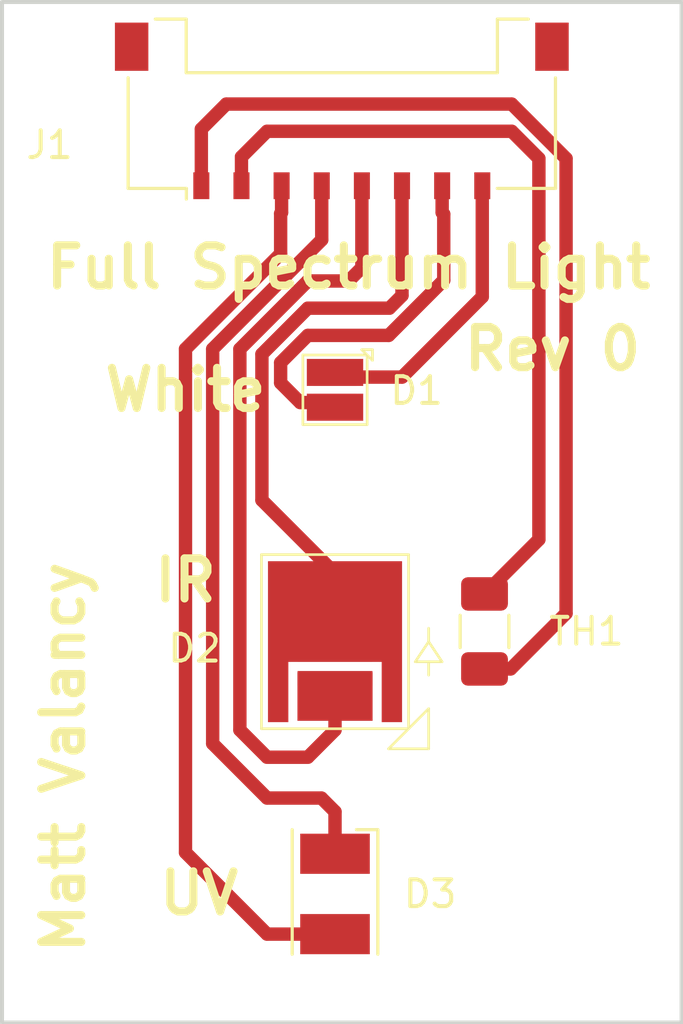
<source format=kicad_pcb>
(kicad_pcb (version 20171130) (host pcbnew 5.0.0-fee4fd1~66~ubuntu16.04.1)

  (general
    (thickness 1.6)
    (drawings 10)
    (tracks 55)
    (zones 0)
    (modules 5)
    (nets 9)
  )

  (page A4)
  (layers
    (0 F.Cu signal)
    (31 B.Cu signal)
    (32 B.Adhes user)
    (33 F.Adhes user)
    (34 B.Paste user)
    (35 F.Paste user)
    (36 B.SilkS user)
    (37 F.SilkS user)
    (38 B.Mask user)
    (39 F.Mask user)
    (40 Dwgs.User user)
    (41 Cmts.User user)
    (42 Eco1.User user)
    (43 Eco2.User user)
    (44 Edge.Cuts user)
    (45 Margin user)
    (46 B.CrtYd user)
    (47 F.CrtYd user)
    (48 B.Fab user)
    (49 F.Fab user)
  )

  (setup
    (last_trace_width 0.5)
    (trace_clearance 0.2)
    (zone_clearance 0.508)
    (zone_45_only no)
    (trace_min 0.2)
    (segment_width 0.2)
    (edge_width 0.15)
    (via_size 0.8)
    (via_drill 0.4)
    (via_min_size 0.4)
    (via_min_drill 0.3)
    (uvia_size 0.3)
    (uvia_drill 0.1)
    (uvias_allowed no)
    (uvia_min_size 0.2)
    (uvia_min_drill 0.1)
    (pcb_text_width 0.3)
    (pcb_text_size 1.5 1.5)
    (mod_edge_width 0.15)
    (mod_text_size 1 1)
    (mod_text_width 0.15)
    (pad_size 1.524 1.524)
    (pad_drill 0.762)
    (pad_to_mask_clearance 0.2)
    (aux_axis_origin 0 0)
    (visible_elements FFFFFF7F)
    (pcbplotparams
      (layerselection 0x010a0_7fffffff)
      (usegerberextensions false)
      (usegerberattributes false)
      (usegerberadvancedattributes false)
      (creategerberjobfile false)
      (excludeedgelayer true)
      (linewidth 0.100000)
      (plotframeref false)
      (viasonmask false)
      (mode 1)
      (useauxorigin false)
      (hpglpennumber 1)
      (hpglpenspeed 20)
      (hpglpendiameter 15.000000)
      (psnegative false)
      (psa4output false)
      (plotreference true)
      (plotvalue true)
      (plotinvisibletext false)
      (padsonsilk false)
      (subtractmaskfromsilk false)
      (outputformat 1)
      (mirror false)
      (drillshape 0)
      (scaleselection 1)
      (outputdirectory "gerbers/"))
  )

  (net 0 "")
  (net 1 "Net-(D1-Pad1)")
  (net 2 "Net-(D1-Pad2)")
  (net 3 "Net-(D2-Pad1)")
  (net 4 "Net-(D2-Pad2)")
  (net 5 "Net-(D3-Pad1)")
  (net 6 "Net-(D3-Pad2)")
  (net 7 "Net-(J1-Pad1)")
  (net 8 "Net-(J1-Pad2)")

  (net_class Default "This is the default net class."
    (clearance 0.2)
    (trace_width 0.5)
    (via_dia 0.8)
    (via_drill 0.4)
    (uvia_dia 0.3)
    (uvia_drill 0.1)
    (add_net "Net-(D1-Pad1)")
    (add_net "Net-(D1-Pad2)")
    (add_net "Net-(D2-Pad1)")
    (add_net "Net-(D2-Pad2)")
    (add_net "Net-(D3-Pad1)")
    (add_net "Net-(D3-Pad2)")
    (add_net "Net-(J1-Pad1)")
    (add_net "Net-(J1-Pad2)")
  )

  (module Connector_Molex:Molex_Pico-Lock_504050-0891_1x08-1MP_P1.50mm_Horizontal (layer F.Cu) (tedit 5AA46ED0) (tstamp 5BC2D311)
    (at 59.69 20.574)
    (descr "Molex Pico-Lock series connector, 504050-0891 (http://www.molex.com/pdm_docs/sd/5040500891_sd.pdf), generated with kicad-footprint-generator")
    (tags "connector Molex Pico-Lock top entry")
    (path /5BAC3304)
    (attr smd)
    (fp_text reference J1 (at -10.922 1.27) (layer F.SilkS)
      (effects (font (size 1 1) (thickness 0.15)))
    )
    (fp_text value Conn_01x08_Male (at 0 4.5) (layer F.Fab)
      (effects (font (size 1 1) (thickness 0.15)))
    )
    (fp_line (start -7.875 2.785) (end 7.875 2.785) (layer F.Fab) (width 0.1))
    (fp_line (start -7.985 -1.235) (end -7.985 2.895) (layer F.SilkS) (width 0.12))
    (fp_line (start -7.985 2.895) (end -5.81 2.895) (layer F.SilkS) (width 0.12))
    (fp_line (start -5.81 2.895) (end -5.81 3.295) (layer F.SilkS) (width 0.12))
    (fp_line (start 7.985 -1.235) (end 7.985 2.895) (layer F.SilkS) (width 0.12))
    (fp_line (start 7.985 2.895) (end 5.81 2.895) (layer F.SilkS) (width 0.12))
    (fp_line (start -6.97 -3.425) (end -5.815 -3.425) (layer F.SilkS) (width 0.12))
    (fp_line (start -5.815 -3.425) (end -5.815 -1.425) (layer F.SilkS) (width 0.12))
    (fp_line (start -5.815 -1.425) (end 5.815 -1.425) (layer F.SilkS) (width 0.12))
    (fp_line (start 5.815 -1.425) (end 5.815 -3.425) (layer F.SilkS) (width 0.12))
    (fp_line (start 5.815 -3.425) (end 6.97 -3.425) (layer F.SilkS) (width 0.12))
    (fp_line (start -7.875 -3.315) (end -5.925 -3.315) (layer F.Fab) (width 0.1))
    (fp_line (start -5.925 -3.315) (end -5.925 -1.315) (layer F.Fab) (width 0.1))
    (fp_line (start -5.925 -1.315) (end 5.925 -1.315) (layer F.Fab) (width 0.1))
    (fp_line (start 5.925 -1.315) (end 5.925 -3.315) (layer F.Fab) (width 0.1))
    (fp_line (start 5.925 -3.315) (end 7.875 -3.315) (layer F.Fab) (width 0.1))
    (fp_line (start -7.875 2.785) (end -7.875 -3.315) (layer F.Fab) (width 0.1))
    (fp_line (start 7.875 2.785) (end 7.875 -3.315) (layer F.Fab) (width 0.1))
    (fp_line (start -8.98 -3.82) (end -8.98 3.8) (layer F.CrtYd) (width 0.05))
    (fp_line (start -8.98 3.8) (end 8.98 3.8) (layer F.CrtYd) (width 0.05))
    (fp_line (start 8.98 3.8) (end 8.98 -3.82) (layer F.CrtYd) (width 0.05))
    (fp_line (start 8.98 -3.82) (end -8.98 -3.82) (layer F.CrtYd) (width 0.05))
    (fp_line (start -5.75 2.785) (end -5.25 2.077893) (layer F.Fab) (width 0.1))
    (fp_line (start -5.25 2.077893) (end -4.75 2.785) (layer F.Fab) (width 0.1))
    (fp_text user %R (at 0 -0.27) (layer F.Fab)
      (effects (font (size 1 1) (thickness 0.15)))
    )
    (pad 1 smd rect (at -5.25 2.795) (size 0.6 1) (layers F.Cu F.Paste F.Mask)
      (net 7 "Net-(J1-Pad1)"))
    (pad 2 smd rect (at -3.75 2.795) (size 0.6 1) (layers F.Cu F.Paste F.Mask)
      (net 8 "Net-(J1-Pad2)"))
    (pad 3 smd rect (at -2.25 2.795) (size 0.6 1) (layers F.Cu F.Paste F.Mask)
      (net 6 "Net-(D3-Pad2)"))
    (pad 4 smd rect (at -0.75 2.795) (size 0.6 1) (layers F.Cu F.Paste F.Mask)
      (net 5 "Net-(D3-Pad1)"))
    (pad 5 smd rect (at 0.75 2.795) (size 0.6 1) (layers F.Cu F.Paste F.Mask)
      (net 4 "Net-(D2-Pad2)"))
    (pad 6 smd rect (at 2.25 2.795) (size 0.6 1) (layers F.Cu F.Paste F.Mask)
      (net 3 "Net-(D2-Pad1)"))
    (pad 7 smd rect (at 3.75 2.795) (size 0.6 1) (layers F.Cu F.Paste F.Mask)
      (net 2 "Net-(D1-Pad2)"))
    (pad 8 smd rect (at 5.25 2.795) (size 0.6 1) (layers F.Cu F.Paste F.Mask)
      (net 1 "Net-(D1-Pad1)"))
    (pad MP smd rect (at -7.855 -2.395) (size 1.25 1.8) (layers F.Cu F.Paste F.Mask))
    (pad MP smd rect (at 7.855 -2.395) (size 1.25 1.8) (layers F.Cu F.Paste F.Mask))
    (model ${MY_MODELS}/MOLEX_5040500891.step
      (offset (xyz 0 -2.8 1))
      (scale (xyz 1 1 1))
      (rotate (xyz 0 0 0))
    )
  )

  (module Resistor_SMD:R_1206_3216Metric (layer F.Cu) (tedit 5BAC18C5) (tstamp 5BC2D7B8)
    (at 65.024 40.008 90)
    (descr "Resistor SMD 1206 (3216 Metric), square (rectangular) end terminal, IPC_7351 nominal, (Body size source: http://www.tortai-tech.com/upload/download/2011102023233369053.pdf), generated with kicad-footprint-generator")
    (tags resistor)
    (path /5BAC3126)
    (attr smd)
    (fp_text reference TH1 (at 0 3.81 -180) (layer F.SilkS)
      (effects (font (size 1 1) (thickness 0.15)))
    )
    (fp_text value Thermistor_NTC (at 0 1.82 90) (layer F.Fab) hide
      (effects (font (size 1 1) (thickness 0.15)))
    )
    (fp_line (start -1.6 0.8) (end -1.6 -0.8) (layer F.Fab) (width 0.1))
    (fp_line (start -1.6 -0.8) (end 1.6 -0.8) (layer F.Fab) (width 0.1))
    (fp_line (start 1.6 -0.8) (end 1.6 0.8) (layer F.Fab) (width 0.1))
    (fp_line (start 1.6 0.8) (end -1.6 0.8) (layer F.Fab) (width 0.1))
    (fp_line (start -0.602064 -0.91) (end 0.602064 -0.91) (layer F.SilkS) (width 0.12))
    (fp_line (start -0.602064 0.91) (end 0.602064 0.91) (layer F.SilkS) (width 0.12))
    (fp_line (start -2.28 1.12) (end -2.28 -1.12) (layer F.CrtYd) (width 0.05))
    (fp_line (start -2.28 -1.12) (end 2.28 -1.12) (layer F.CrtYd) (width 0.05))
    (fp_line (start 2.28 -1.12) (end 2.28 1.12) (layer F.CrtYd) (width 0.05))
    (fp_line (start 2.28 1.12) (end -2.28 1.12) (layer F.CrtYd) (width 0.05))
    (fp_text user %R (at 0 -1.27 90) (layer F.Fab)
      (effects (font (size 0.8 0.8) (thickness 0.12)))
    )
    (pad 1 smd roundrect (at -1.4 0 90) (size 1.25 1.75) (layers F.Cu F.Paste F.Mask) (roundrect_rratio 0.2)
      (net 7 "Net-(J1-Pad1)"))
    (pad 2 smd roundrect (at 1.4 0 90) (size 1.25 1.75) (layers F.Cu F.Paste F.Mask) (roundrect_rratio 0.2)
      (net 8 "Net-(J1-Pad2)"))
    (model ${KISYS3DMOD}/Resistor_SMD.3dshapes/R_1206_3216Metric.wrl
      (at (xyz 0 0 0))
      (scale (xyz 1 1 1))
      (rotate (xyz 0 0 0))
    )
  )

  (module MRV_SMD_Packages:LED_Cree_XQ-E (layer F.Cu) (tedit 5BAC101A) (tstamp 5BC2E23E)
    (at 59.436 30.988 270)
    (path /5BAC2D40)
    (fp_text reference D1 (at 0.033 -3.048) (layer F.SilkS)
      (effects (font (size 1 1) (thickness 0.15)))
    )
    (fp_text value White_LED (at 0 2.6 270) (layer F.Fab)
      (effects (font (size 1 1) (thickness 0.15)))
    )
    (fp_poly (pts (xy -0.15 -1.05) (xy -0.15 1.05) (xy -1.15 1.05) (xy -1.15 -1.05)) (layer F.Cu) (width 0.01))
    (fp_poly (pts (xy 0.15 1.05) (xy 0.15 -1.05) (xy 1.15 -1.05) (xy 1.15 1.05)) (layer F.Cu) (width 0.01))
    (fp_line (start -1.3 -1.2) (end -1.3 1.2) (layer F.SilkS) (width 0.1))
    (fp_line (start -1.3 1.2) (end 1.3 1.2) (layer F.SilkS) (width 0.1))
    (fp_line (start 1.3 1.2) (end 1.3 -1.2) (layer F.SilkS) (width 0.1))
    (fp_line (start 1.3 -1.2) (end -1.3 -1.2) (layer F.SilkS) (width 0.1))
    (fp_line (start -1.1 -1.4) (end -1.5 -1) (layer F.SilkS) (width 0.1))
    (fp_line (start -1.5 -1) (end -1.5 -1.4) (layer F.SilkS) (width 0.1))
    (fp_line (start -1.5 -1.4) (end -1.1 -1.4) (layer F.SilkS) (width 0.1))
    (pad 1 smd rect (at -0.475 0 270) (size 0.65 1.6) (layers F.Cu F.Paste F.Mask)
      (net 1 "Net-(D1-Pad1)"))
    (pad 2 smd rect (at 0.475 0 90) (size 0.65 1.6) (layers F.Cu F.Paste F.Mask)
      (net 2 "Net-(D1-Pad2)"))
    (model ${MY_MODELS}/xqe-hi.stp
      (offset (xyz 0 0 0.75))
      (scale (xyz 1 1 1))
      (rotate (xyz 0 180 0))
    )
  )

  (module MRV_SMD_Packages:LED_Oslon_SFH_4735 (layer F.Cu) (tedit 5BABF4B9) (tstamp 5BC2E2A0)
    (at 59.436 40.64 180)
    (path /5BAC2F04)
    (fp_text reference D2 (at 5.25 0 180) (layer F.SilkS)
      (effects (font (size 1 1) (thickness 0.15)))
    )
    (fp_text value IR_LED (at 0 4.5 180) (layer F.Fab)
      (effects (font (size 1 1) (thickness 0.15)))
    )
    (fp_poly (pts (xy -1.4 -0.9) (xy -1.4 -2.7) (xy 1.4 -2.7) (xy 1.4 -0.9)) (layer F.Cu) (width 0.01))
    (fp_poly (pts (xy -1.75 -2.75) (xy -2.5 -2.75) (xy -2.5 3.25) (xy 2.5 3.25)
      (xy 2.5 -2.75) (xy 1.75 -2.75) (xy 1.75 -0.5) (xy -1.75 -0.5)) (layer F.Cu) (width 0.01))
    (fp_line (start -2.75 -3) (end -2.75 3.5) (layer F.SilkS) (width 0.1))
    (fp_line (start -2.75 3.5) (end 2.75 3.5) (layer F.SilkS) (width 0.1))
    (fp_line (start 2.75 3.5) (end 2.75 -3) (layer F.SilkS) (width 0.1))
    (fp_line (start 2.75 -3) (end -2.75 -3) (layer F.SilkS) (width 0.1))
    (fp_line (start -2 -3.75) (end -3.5 -2.25) (layer F.SilkS) (width 0.1))
    (fp_line (start -3.5 -2.25) (end -3.5 -3.75) (layer F.SilkS) (width 0.1))
    (fp_line (start -3.5 -3.75) (end -2 -3.75) (layer F.SilkS) (width 0.1))
    (fp_line (start -3.5 -1) (end -3.5 -0.5) (layer F.SilkS) (width 0.1))
    (fp_line (start -3.5 -0.5) (end -3 -0.5) (layer F.SilkS) (width 0.1))
    (fp_line (start -3 -0.5) (end -3.5 0.25) (layer F.SilkS) (width 0.1))
    (fp_line (start -3.5 0.25) (end -4 -0.5) (layer F.SilkS) (width 0.1))
    (fp_line (start -4 -0.5) (end -3.5 -0.5) (layer F.SilkS) (width 0.1))
    (fp_line (start -3.5 0.25) (end -3.5 0.75) (layer F.SilkS) (width 0.1))
    (pad 1 smd rect (at 0 0 180) (size 2.8 1) (layers F.Cu F.Paste F.Mask)
      (net 3 "Net-(D2-Pad1)"))
    (pad 1 smd rect (at 0 1.575 180) (size 0.7 1.45) (layers F.Cu F.Paste F.Mask)
      (net 3 "Net-(D2-Pad1)"))
    (pad 1 smd rect (at 0 1.12 180) (size 2.8 0.55) (layers F.Cu F.Paste F.Mask)
      (net 3 "Net-(D2-Pad1)"))
    (pad 2 smd rect (at 0 -1.12) (size 2.8 0.55) (layers F.Cu F.Paste F.Mask)
      (net 4 "Net-(D2-Pad2)"))
    (pad 2 smd rect (at 0 -1.575) (size 0.7 1.45) (layers F.Cu F.Paste F.Mask)
      (net 4 "Net-(D2-Pad2)"))
    (model ${MY_MODELS}/SFH_4735_20170504_geometry.STEP
      (at (xyz 0 0 0))
      (scale (xyz 1 1 1))
      (rotate (xyz 0 0 -90))
    )
  )

  (module LED_SMD:LED_PLCC-2 (layer F.Cu) (tedit 59959404) (tstamp 5BC2DE13)
    (at 59.436 49.808 270)
    (descr "LED PLCC-2 SMD package")
    (tags "LED PLCC-2 SMD")
    (path /5BAC2EDA)
    (attr smd)
    (fp_text reference D3 (at 0 -3.556) (layer F.SilkS)
      (effects (font (size 1 1) (thickness 0.15)))
    )
    (fp_text value UV_LED (at 0 2.5 270) (layer F.Fab)
      (effects (font (size 1 1) (thickness 0.15)))
    )
    (fp_circle (center 0 0) (end 0 -1.25) (layer F.Fab) (width 0.1))
    (fp_line (start -1.7 -0.6) (end -0.8 -1.5) (layer F.Fab) (width 0.1))
    (fp_line (start 1.7 1.5) (end 1.7 -1.5) (layer F.Fab) (width 0.1))
    (fp_line (start 1.7 -1.5) (end -1.7 -1.5) (layer F.Fab) (width 0.1))
    (fp_line (start -1.7 -1.5) (end -1.7 1.5) (layer F.Fab) (width 0.1))
    (fp_line (start -1.7 1.5) (end 1.7 1.5) (layer F.Fab) (width 0.1))
    (fp_line (start -2.65 -1.85) (end 2.5 -1.85) (layer F.CrtYd) (width 0.05))
    (fp_line (start 2.5 -1.85) (end 2.5 1.85) (layer F.CrtYd) (width 0.05))
    (fp_line (start 2.5 1.85) (end -2.65 1.85) (layer F.CrtYd) (width 0.05))
    (fp_line (start -2.65 1.85) (end -2.65 -1.85) (layer F.CrtYd) (width 0.05))
    (fp_line (start 2.25 1.6) (end -2.4 1.6) (layer F.SilkS) (width 0.12))
    (fp_line (start 2.25 -1.6) (end -2.4 -1.6) (layer F.SilkS) (width 0.12))
    (fp_line (start -2.4 -1.6) (end -2.4 -0.8) (layer F.SilkS) (width 0.12))
    (fp_text user %R (at 0 0 270) (layer F.Fab)
      (effects (font (size 0.4 0.4) (thickness 0.1)))
    )
    (pad 1 smd rect (at -1.5 0 270) (size 1.5 2.6) (layers F.Cu F.Paste F.Mask)
      (net 5 "Net-(D3-Pad1)"))
    (pad 2 smd rect (at 1.5 0 270) (size 1.5 2.6) (layers F.Cu F.Paste F.Mask)
      (net 6 "Net-(D3-Pad2)"))
    (model ${MY_MODELS}/82548PLCC-2_package_3D.stp
      (offset (xyz -30.2 6.5 -1.8))
      (scale (xyz 1 1 1))
      (rotate (xyz 90 0 90))
    )
  )

  (gr_text UV (at 54.356 49.784) (layer F.SilkS)
    (effects (font (size 1.5 1.5) (thickness 0.3)))
  )
  (gr_text IR (at 53.848 38.1) (layer F.SilkS)
    (effects (font (size 1.5 1.5) (thickness 0.3)))
  )
  (gr_text White (at 53.848 30.988) (layer F.SilkS)
    (effects (font (size 1.5 1.5) (thickness 0.3)))
  )
  (gr_text "Rev 0" (at 67.564 29.464) (layer F.SilkS)
    (effects (font (size 1.5 1.5) (thickness 0.3)))
  )
  (gr_text "Matt Valancy" (at 49.276 44.704 90) (layer F.SilkS)
    (effects (font (size 1.5 1.5) (thickness 0.3)))
  )
  (gr_text "Full Spectrum Light" (at 59.944 26.416) (layer F.SilkS)
    (effects (font (size 1.5 1.5) (thickness 0.3)))
  )
  (gr_line (start 72.39 16.51) (end 46.99 16.51) (layer Edge.Cuts) (width 0.15))
  (gr_line (start 72.39 54.61) (end 72.39 16.51) (layer Edge.Cuts) (width 0.15))
  (gr_line (start 46.99 54.61) (end 72.39 54.61) (layer Edge.Cuts) (width 0.15))
  (gr_line (start 46.99 16.51) (end 46.99 54.61) (layer Edge.Cuts) (width 0.15))

  (segment (start 64.94 23.369) (end 64.94 27.516) (width 0.5) (layer F.Cu) (net 1))
  (segment (start 61.943 30.513) (end 59.436 30.513) (width 0.5) (layer F.Cu) (net 1))
  (segment (start 64.94 27.516) (end 61.943 30.513) (width 0.5) (layer F.Cu) (net 1))
  (segment (start 58.136 31.463) (end 59.436 31.463) (width 0.5) (layer F.Cu) (net 2))
  (segment (start 57.404 29.972) (end 57.404 30.731) (width 0.5) (layer F.Cu) (net 2))
  (segment (start 61.441962 28.956) (end 58.42 28.956) (width 0.5) (layer F.Cu) (net 2))
  (segment (start 58.42 28.956) (end 57.404 29.972) (width 0.5) (layer F.Cu) (net 2))
  (segment (start 63.44 23.369) (end 63.44 24.369) (width 0.5) (layer F.Cu) (net 2))
  (segment (start 57.404 30.731) (end 58.136 31.463) (width 0.5) (layer F.Cu) (net 2))
  (segment (start 63.5 24.429) (end 63.5 26.897962) (width 0.5) (layer F.Cu) (net 2))
  (segment (start 63.44 24.369) (end 63.5 24.429) (width 0.5) (layer F.Cu) (net 2))
  (segment (start 63.5 26.897962) (end 61.441962 28.956) (width 0.5) (layer F.Cu) (net 2))
  (segment (start 59.436 37.84) (end 56.70399 35.10799) (width 0.5) (layer F.Cu) (net 3))
  (segment (start 56.70399 35.10799) (end 56.70399 29.65601) (width 0.5) (layer F.Cu) (net 3))
  (segment (start 59.436 39.065) (end 59.436 37.84) (width 0.5) (layer F.Cu) (net 3))
  (segment (start 56.70399 29.65601) (end 58.42 27.94) (width 0.5) (layer F.Cu) (net 3))
  (segment (start 58.42 27.94) (end 61.468 27.94) (width 0.5) (layer F.Cu) (net 3))
  (segment (start 61.94 27.468) (end 61.94 23.369) (width 0.5) (layer F.Cu) (net 3))
  (segment (start 61.468 27.94) (end 61.94 27.468) (width 0.5) (layer F.Cu) (net 3))
  (segment (start 58.42 44.704) (end 59.436 43.688) (width 0.5) (layer F.Cu) (net 4))
  (segment (start 56.896 44.704) (end 58.42 44.704) (width 0.5) (layer F.Cu) (net 4))
  (segment (start 55.88 43.688) (end 56.896 44.704) (width 0.5) (layer F.Cu) (net 4))
  (segment (start 55.88 29.464) (end 55.88 43.688) (width 0.5) (layer F.Cu) (net 4))
  (segment (start 60.44 23.369) (end 60.44 26.428) (width 0.5) (layer F.Cu) (net 4))
  (segment (start 60.44 26.428) (end 59.944 26.924) (width 0.5) (layer F.Cu) (net 4))
  (segment (start 59.944 26.924) (end 58.42 26.924) (width 0.5) (layer F.Cu) (net 4))
  (segment (start 59.436 43.688) (end 59.436 42.215) (width 0.5) (layer F.Cu) (net 4))
  (segment (start 58.42 26.924) (end 55.88 29.464) (width 0.5) (layer F.Cu) (net 4))
  (segment (start 59.436 46.736) (end 59.436 48.308) (width 0.5) (layer F.Cu) (net 5))
  (segment (start 58.928 46.228) (end 59.436 46.736) (width 0.5) (layer F.Cu) (net 5))
  (segment (start 58.94 23.369) (end 58.94 25.388) (width 0.5) (layer F.Cu) (net 5))
  (segment (start 56.896 46.228) (end 58.928 46.228) (width 0.5) (layer F.Cu) (net 5))
  (segment (start 54.864 29.464) (end 54.864 44.196) (width 0.5) (layer F.Cu) (net 5))
  (segment (start 58.94 25.388) (end 54.864 29.464) (width 0.5) (layer F.Cu) (net 5))
  (segment (start 54.864 44.196) (end 56.896 46.228) (width 0.5) (layer F.Cu) (net 5))
  (segment (start 56.896 51.308) (end 59.436 51.308) (width 0.5) (layer F.Cu) (net 6))
  (segment (start 53.848 48.26) (end 56.896 51.308) (width 0.5) (layer F.Cu) (net 6))
  (segment (start 57.44 23.369) (end 57.44 24.369) (width 0.5) (layer F.Cu) (net 6))
  (segment (start 53.848 29.464) (end 53.848 48.26) (width 0.5) (layer F.Cu) (net 6))
  (segment (start 57.44 24.369) (end 57.404 24.405) (width 0.5) (layer F.Cu) (net 6))
  (segment (start 57.404 24.405) (end 57.404 25.908) (width 0.5) (layer F.Cu) (net 6))
  (segment (start 57.404 25.908) (end 53.848 29.464) (width 0.5) (layer F.Cu) (net 6))
  (segment (start 55.372 20.32) (end 54.44 21.252) (width 0.5) (layer F.Cu) (net 7))
  (segment (start 54.44 21.252) (end 54.44 23.369) (width 0.5) (layer F.Cu) (net 7))
  (segment (start 66.04 20.32) (end 55.372 20.32) (width 0.5) (layer F.Cu) (net 7))
  (segment (start 65.024 41.408) (end 65.999 41.408) (width 0.5) (layer F.Cu) (net 7))
  (segment (start 68.072 39.335) (end 68.072 22.352) (width 0.5) (layer F.Cu) (net 7))
  (segment (start 65.999 41.408) (end 68.072 39.335) (width 0.5) (layer F.Cu) (net 7))
  (segment (start 68.072 22.352) (end 66.04 20.32) (width 0.5) (layer F.Cu) (net 7))
  (segment (start 56.896 21.336) (end 55.94 22.292) (width 0.5) (layer F.Cu) (net 8))
  (segment (start 55.94 22.292) (end 55.94 23.369) (width 0.5) (layer F.Cu) (net 8))
  (segment (start 65.024 38.608) (end 67.056 36.576) (width 0.5) (layer F.Cu) (net 8))
  (segment (start 67.056 36.576) (end 67.056 22.352) (width 0.5) (layer F.Cu) (net 8))
  (segment (start 67.056 22.352) (end 66.04 21.336) (width 0.5) (layer F.Cu) (net 8))
  (segment (start 66.04 21.336) (end 56.896 21.336) (width 0.5) (layer F.Cu) (net 8))

)

</source>
